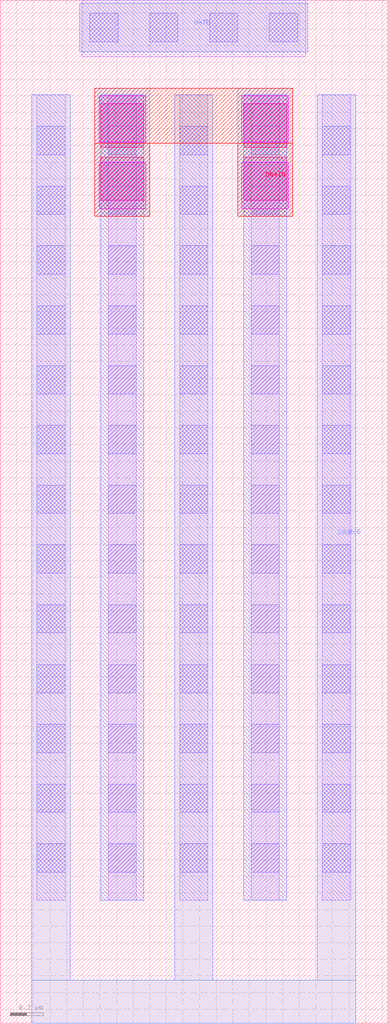
<source format=lef>
# Copyright 2020 The SkyWater PDK Authors
#
# Licensed under the Apache License, Version 2.0 (the "License");
# you may not use this file except in compliance with the License.
# You may obtain a copy of the License at
#
#     https://www.apache.org/licenses/LICENSE-2.0
#
# Unless required by applicable law or agreed to in writing, software
# distributed under the License is distributed on an "AS IS" BASIS,
# WITHOUT WARRANTIES OR CONDITIONS OF ANY KIND, either express or implied.
# See the License for the specific language governing permissions and
# limitations under the License.
#
# SPDX-License-Identifier: Apache-2.0

VERSION 5.7 ;
  NOWIREEXTENSIONATPIN ON ;
  DIVIDERCHAR "/" ;
  BUSBITCHARS "[]" ;
MACRO sky130_fd_pr__rf_pfet_01v8_aF04W5p00L0p15
  CLASS BLOCK ;
  FOREIGN sky130_fd_pr__rf_pfet_01v8_aF04W5p00L0p15 ;
  ORIGIN  0.000000  0.485000 ;
  SIZE  2.330000 BY  6.160000 ;
  PIN DRAIN
    ANTENNADIFFAREA  2.800000 ;
    PORT
      LAYER met3 ;
        RECT 0.570000 4.375000 0.900000 4.815000 ;
        RECT 0.570000 4.815000 1.760000 5.145000 ;
        RECT 1.430000 4.375000 1.760000 4.815000 ;
    END
  END DRAIN
  PIN GATE
    ANTENNAGATEAREA  3.000000 ;
    PORT
      LAYER met1 ;
        RECT 0.480000 5.365000 1.850000 5.655000 ;
    END
  END GATE
  PIN SOURCE
    ANTENNADIFFAREA  4.050000 ;
    PORT
      LAYER met1 ;
        RECT 0.190000 -0.485000 2.140000 -0.225000 ;
        RECT 0.190000 -0.225000 0.420000  5.105000 ;
        RECT 1.050000 -0.225000 1.280000  5.105000 ;
        RECT 1.910000 -0.225000 2.140000  5.105000 ;
    END
  END SOURCE
  OBS
    LAYER li1 ;
      RECT 0.220000 0.255000 0.390000 5.105000 ;
      RECT 0.490000 5.335000 1.840000 5.675000 ;
      RECT 0.650000 0.255000 0.820000 5.105000 ;
      RECT 1.080000 0.255000 1.250000 5.105000 ;
      RECT 1.510000 0.255000 1.680000 5.105000 ;
      RECT 1.940000 0.255000 2.110000 5.105000 ;
    LAYER mcon ;
      RECT 0.220000 0.425000 0.390000 0.595000 ;
      RECT 0.220000 0.785000 0.390000 0.955000 ;
      RECT 0.220000 1.145000 0.390000 1.315000 ;
      RECT 0.220000 1.505000 0.390000 1.675000 ;
      RECT 0.220000 1.865000 0.390000 2.035000 ;
      RECT 0.220000 2.225000 0.390000 2.395000 ;
      RECT 0.220000 2.585000 0.390000 2.755000 ;
      RECT 0.220000 2.945000 0.390000 3.115000 ;
      RECT 0.220000 3.305000 0.390000 3.475000 ;
      RECT 0.220000 3.665000 0.390000 3.835000 ;
      RECT 0.220000 4.025000 0.390000 4.195000 ;
      RECT 0.220000 4.385000 0.390000 4.555000 ;
      RECT 0.220000 4.745000 0.390000 4.915000 ;
      RECT 0.540000 5.425000 0.710000 5.595000 ;
      RECT 0.650000 0.425000 0.820000 0.595000 ;
      RECT 0.650000 0.785000 0.820000 0.955000 ;
      RECT 0.650000 1.145000 0.820000 1.315000 ;
      RECT 0.650000 1.505000 0.820000 1.675000 ;
      RECT 0.650000 1.865000 0.820000 2.035000 ;
      RECT 0.650000 2.225000 0.820000 2.395000 ;
      RECT 0.650000 2.585000 0.820000 2.755000 ;
      RECT 0.650000 2.945000 0.820000 3.115000 ;
      RECT 0.650000 3.305000 0.820000 3.475000 ;
      RECT 0.650000 3.665000 0.820000 3.835000 ;
      RECT 0.650000 4.025000 0.820000 4.195000 ;
      RECT 0.650000 4.385000 0.820000 4.555000 ;
      RECT 0.650000 4.745000 0.820000 4.915000 ;
      RECT 0.900000 5.425000 1.070000 5.595000 ;
      RECT 1.080000 0.425000 1.250000 0.595000 ;
      RECT 1.080000 0.785000 1.250000 0.955000 ;
      RECT 1.080000 1.145000 1.250000 1.315000 ;
      RECT 1.080000 1.505000 1.250000 1.675000 ;
      RECT 1.080000 1.865000 1.250000 2.035000 ;
      RECT 1.080000 2.225000 1.250000 2.395000 ;
      RECT 1.080000 2.585000 1.250000 2.755000 ;
      RECT 1.080000 2.945000 1.250000 3.115000 ;
      RECT 1.080000 3.305000 1.250000 3.475000 ;
      RECT 1.080000 3.665000 1.250000 3.835000 ;
      RECT 1.080000 4.025000 1.250000 4.195000 ;
      RECT 1.080000 4.385000 1.250000 4.555000 ;
      RECT 1.080000 4.745000 1.250000 4.915000 ;
      RECT 1.260000 5.425000 1.430000 5.595000 ;
      RECT 1.510000 0.425000 1.680000 0.595000 ;
      RECT 1.510000 0.785000 1.680000 0.955000 ;
      RECT 1.510000 1.145000 1.680000 1.315000 ;
      RECT 1.510000 1.505000 1.680000 1.675000 ;
      RECT 1.510000 1.865000 1.680000 2.035000 ;
      RECT 1.510000 2.225000 1.680000 2.395000 ;
      RECT 1.510000 2.585000 1.680000 2.755000 ;
      RECT 1.510000 2.945000 1.680000 3.115000 ;
      RECT 1.510000 3.305000 1.680000 3.475000 ;
      RECT 1.510000 3.665000 1.680000 3.835000 ;
      RECT 1.510000 4.025000 1.680000 4.195000 ;
      RECT 1.510000 4.385000 1.680000 4.555000 ;
      RECT 1.510000 4.745000 1.680000 4.915000 ;
      RECT 1.620000 5.425000 1.790000 5.595000 ;
      RECT 1.940000 0.425000 2.110000 0.595000 ;
      RECT 1.940000 0.785000 2.110000 0.955000 ;
      RECT 1.940000 1.145000 2.110000 1.315000 ;
      RECT 1.940000 1.505000 2.110000 1.675000 ;
      RECT 1.940000 1.865000 2.110000 2.035000 ;
      RECT 1.940000 2.225000 2.110000 2.395000 ;
      RECT 1.940000 2.585000 2.110000 2.755000 ;
      RECT 1.940000 2.945000 2.110000 3.115000 ;
      RECT 1.940000 3.305000 2.110000 3.475000 ;
      RECT 1.940000 3.665000 2.110000 3.835000 ;
      RECT 1.940000 4.025000 2.110000 4.195000 ;
      RECT 1.940000 4.385000 2.110000 4.555000 ;
      RECT 1.940000 4.745000 2.110000 4.915000 ;
    LAYER met1 ;
      RECT 0.605000 0.255000 0.865000 5.105000 ;
      RECT 1.465000 0.255000 1.725000 5.105000 ;
    LAYER met2 ;
      RECT 0.570000 4.375000 0.900000 5.145000 ;
      RECT 1.430000 4.375000 1.760000 5.145000 ;
    LAYER via ;
      RECT 0.605000 4.470000 0.865000 4.730000 ;
      RECT 0.605000 4.790000 0.865000 5.050000 ;
      RECT 1.465000 4.470000 1.725000 4.730000 ;
      RECT 1.465000 4.790000 1.725000 5.050000 ;
    LAYER via2 ;
      RECT 0.595000 4.420000 0.875000 4.700000 ;
      RECT 0.595000 4.820000 0.875000 5.100000 ;
      RECT 1.455000 4.420000 1.735000 4.700000 ;
      RECT 1.455000 4.820000 1.735000 5.100000 ;
  END
END sky130_fd_pr__rf_pfet_01v8_aF04W5p00L0p15
END LIBRARY

</source>
